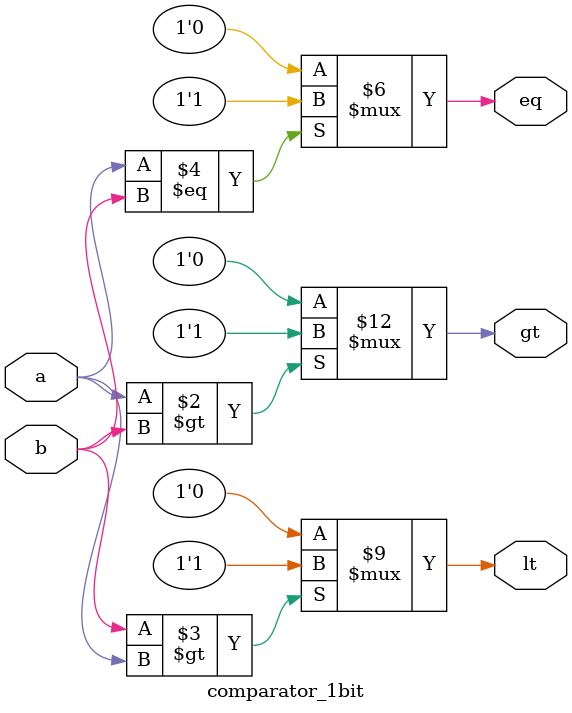
<source format=v>
module comparator_1bit(a, b, gt, eq, lt);
	input a,b;
	output reg gt, eq, lt;
	//Behavioral Style
	always@(*) begin	
		//Initialise the output registers to 0 otherwise they can take garbage values.
		gt = 0;
		lt = 0;
		eq = 0;
		if (a > b)  gt = 1;
		if (b > a)  lt = 1;
		if ( a == b)  eq = 1;
	end
endmodule

</source>
